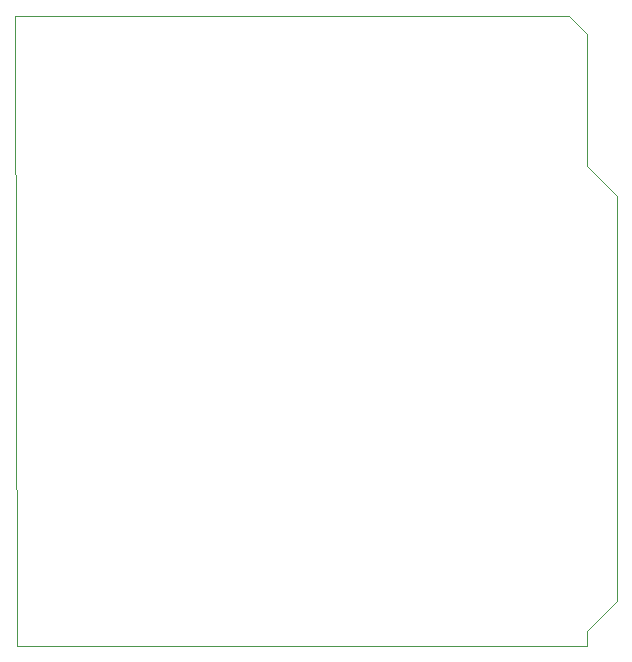
<source format=gbr>
G04 #@! TF.GenerationSoftware,KiCad,Pcbnew,(5.1.6)-1*
G04 #@! TF.CreationDate,2021-01-14T14:31:44+01:00*
G04 #@! TF.ProjectId,Thermolino2,54686572-6d6f-46c6-996e-6f322e6b6963,C*
G04 #@! TF.SameCoordinates,Original*
G04 #@! TF.FileFunction,Profile,NP*
%FSLAX46Y46*%
G04 Gerber Fmt 4.6, Leading zero omitted, Abs format (unit mm)*
G04 Created by KiCad (PCBNEW (5.1.6)-1) date 2021-01-14 14:31:44*
%MOMM*%
%LPD*%
G01*
G04 APERTURE LIST*
G04 #@! TA.AperFunction,Profile*
%ADD10C,0.050000*%
G04 #@! TD*
G04 APERTURE END LIST*
D10*
X132461000Y-127254000D02*
X132334000Y-73914000D01*
X180721000Y-127254000D02*
X132461000Y-127254000D01*
X180721000Y-125984000D02*
X180721000Y-127254000D01*
X183261000Y-123444000D02*
X180721000Y-125984000D01*
X183261000Y-89154000D02*
X183261000Y-123444000D01*
X180721000Y-86614000D02*
X183261000Y-89154000D01*
X180721000Y-75438000D02*
X180721000Y-86614000D01*
X179197000Y-73914000D02*
X180721000Y-75438000D01*
X132334000Y-73914000D02*
X179197000Y-73914000D01*
M02*

</source>
